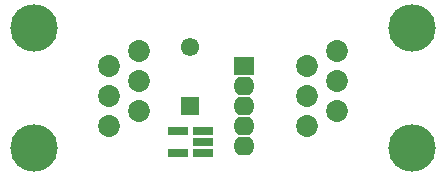
<source format=gts>
%FSLAX23Y23*%
%MOIN*%
G70*
G01*
G75*
%ADD10R,0.057X0.022*%
%ADD11C,0.015*%
%ADD12C,0.150*%
%ADD13C,0.065*%
%ADD14R,0.053X0.053*%
%ADD15C,0.053*%
%ADD16O,0.063X0.055*%
%ADD17R,0.063X0.055*%
%ADD18C,0.010*%
%ADD19C,0.008*%
%ADD20C,0.010*%
%ADD21R,0.065X0.030*%
%ADD22C,0.158*%
%ADD23C,0.073*%
%ADD24R,0.061X0.061*%
%ADD25C,0.061*%
%ADD26O,0.071X0.063*%
%ADD27R,0.071X0.063*%
D21*
X818Y157D02*
D03*
Y83D02*
D03*
X902Y157D02*
D03*
Y120D02*
D03*
Y83D02*
D03*
D22*
X340Y500D02*
D03*
Y100D02*
D03*
X1600D02*
D03*
Y500D02*
D03*
D23*
X690Y425D02*
D03*
X590Y375D02*
D03*
X690Y325D02*
D03*
X590Y275D02*
D03*
X690Y225D02*
D03*
X590Y175D02*
D03*
X1250D02*
D03*
X1350Y225D02*
D03*
X1250Y275D02*
D03*
X1350Y325D02*
D03*
X1250Y375D02*
D03*
X1350Y425D02*
D03*
D24*
X860Y240D02*
D03*
D25*
Y437D02*
D03*
D26*
X1040Y106D02*
D03*
Y173D02*
D03*
Y240D02*
D03*
Y307D02*
D03*
D27*
Y374D02*
D03*
M02*

</source>
